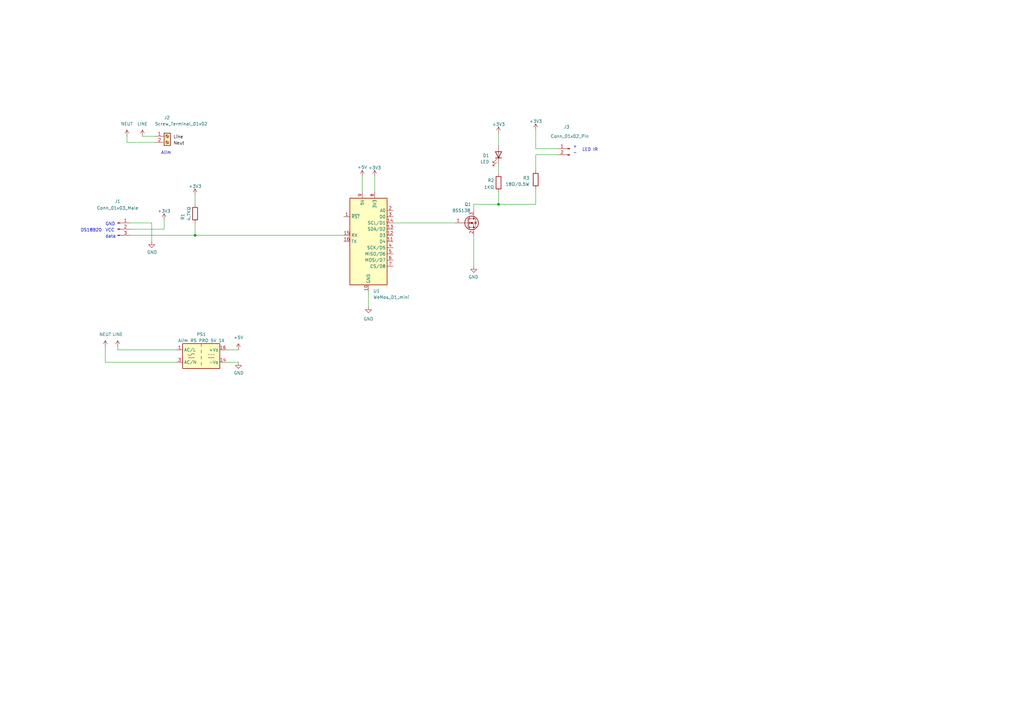
<source format=kicad_sch>
(kicad_sch (version 20230121) (generator eeschema)

  (uuid 9e00edb4-f0f4-46bc-a82d-075ebfd0d3ed)

  (paper "A3")

  (lib_symbols
    (symbol "Connector:Conn_01x02_Pin" (pin_names (offset 1.016) hide) (in_bom yes) (on_board yes)
      (property "Reference" "J" (at 0 2.54 0)
        (effects (font (size 1.27 1.27)))
      )
      (property "Value" "Conn_01x02_Pin" (at 0 -5.08 0)
        (effects (font (size 1.27 1.27)))
      )
      (property "Footprint" "" (at 0 0 0)
        (effects (font (size 1.27 1.27)) hide)
      )
      (property "Datasheet" "~" (at 0 0 0)
        (effects (font (size 1.27 1.27)) hide)
      )
      (property "ki_locked" "" (at 0 0 0)
        (effects (font (size 1.27 1.27)))
      )
      (property "ki_keywords" "connector" (at 0 0 0)
        (effects (font (size 1.27 1.27)) hide)
      )
      (property "ki_description" "Generic connector, single row, 01x02, script generated" (at 0 0 0)
        (effects (font (size 1.27 1.27)) hide)
      )
      (property "ki_fp_filters" "Connector*:*_1x??_*" (at 0 0 0)
        (effects (font (size 1.27 1.27)) hide)
      )
      (symbol "Conn_01x02_Pin_1_1"
        (polyline
          (pts
            (xy 1.27 -2.54)
            (xy 0.8636 -2.54)
          )
          (stroke (width 0.1524) (type default))
          (fill (type none))
        )
        (polyline
          (pts
            (xy 1.27 0)
            (xy 0.8636 0)
          )
          (stroke (width 0.1524) (type default))
          (fill (type none))
        )
        (rectangle (start 0.8636 -2.413) (end 0 -2.667)
          (stroke (width 0.1524) (type default))
          (fill (type outline))
        )
        (rectangle (start 0.8636 0.127) (end 0 -0.127)
          (stroke (width 0.1524) (type default))
          (fill (type outline))
        )
        (pin passive line (at 5.08 0 180) (length 3.81)
          (name "Pin_1" (effects (font (size 1.27 1.27))))
          (number "1" (effects (font (size 1.27 1.27))))
        )
        (pin passive line (at 5.08 -2.54 180) (length 3.81)
          (name "Pin_2" (effects (font (size 1.27 1.27))))
          (number "2" (effects (font (size 1.27 1.27))))
        )
      )
    )
    (symbol "Connector:Conn_01x03_Male" (pin_names (offset 1.016) hide) (in_bom yes) (on_board yes)
      (property "Reference" "J" (at 0 5.08 0)
        (effects (font (size 1.27 1.27)))
      )
      (property "Value" "Conn_01x03_Male" (at 0 -5.08 0)
        (effects (font (size 1.27 1.27)))
      )
      (property "Footprint" "" (at 0 0 0)
        (effects (font (size 1.27 1.27)) hide)
      )
      (property "Datasheet" "~" (at 0 0 0)
        (effects (font (size 1.27 1.27)) hide)
      )
      (property "ki_keywords" "connector" (at 0 0 0)
        (effects (font (size 1.27 1.27)) hide)
      )
      (property "ki_description" "Generic connector, single row, 01x03, script generated (kicad-library-utils/schlib/autogen/connector/)" (at 0 0 0)
        (effects (font (size 1.27 1.27)) hide)
      )
      (property "ki_fp_filters" "Connector*:*_1x??_*" (at 0 0 0)
        (effects (font (size 1.27 1.27)) hide)
      )
      (symbol "Conn_01x03_Male_1_1"
        (polyline
          (pts
            (xy 1.27 -2.54)
            (xy 0.8636 -2.54)
          )
          (stroke (width 0.1524) (type default))
          (fill (type none))
        )
        (polyline
          (pts
            (xy 1.27 0)
            (xy 0.8636 0)
          )
          (stroke (width 0.1524) (type default))
          (fill (type none))
        )
        (polyline
          (pts
            (xy 1.27 2.54)
            (xy 0.8636 2.54)
          )
          (stroke (width 0.1524) (type default))
          (fill (type none))
        )
        (rectangle (start 0.8636 -2.413) (end 0 -2.667)
          (stroke (width 0.1524) (type default))
          (fill (type outline))
        )
        (rectangle (start 0.8636 0.127) (end 0 -0.127)
          (stroke (width 0.1524) (type default))
          (fill (type outline))
        )
        (rectangle (start 0.8636 2.667) (end 0 2.413)
          (stroke (width 0.1524) (type default))
          (fill (type outline))
        )
        (pin passive line (at 5.08 2.54 180) (length 3.81)
          (name "Pin_1" (effects (font (size 1.27 1.27))))
          (number "1" (effects (font (size 1.27 1.27))))
        )
        (pin passive line (at 5.08 0 180) (length 3.81)
          (name "Pin_2" (effects (font (size 1.27 1.27))))
          (number "2" (effects (font (size 1.27 1.27))))
        )
        (pin passive line (at 5.08 -2.54 180) (length 3.81)
          (name "Pin_3" (effects (font (size 1.27 1.27))))
          (number "3" (effects (font (size 1.27 1.27))))
        )
      )
    )
    (symbol "Connector:Screw_Terminal_01x02" (pin_names (offset 1.016) hide) (in_bom yes) (on_board yes)
      (property "Reference" "J" (at 0 2.54 0)
        (effects (font (size 1.27 1.27)))
      )
      (property "Value" "Screw_Terminal_01x02" (at 0 -5.08 0)
        (effects (font (size 1.27 1.27)))
      )
      (property "Footprint" "" (at 0 0 0)
        (effects (font (size 1.27 1.27)) hide)
      )
      (property "Datasheet" "~" (at 0 0 0)
        (effects (font (size 1.27 1.27)) hide)
      )
      (property "ki_keywords" "screw terminal" (at 0 0 0)
        (effects (font (size 1.27 1.27)) hide)
      )
      (property "ki_description" "Generic screw terminal, single row, 01x02, script generated (kicad-library-utils/schlib/autogen/connector/)" (at 0 0 0)
        (effects (font (size 1.27 1.27)) hide)
      )
      (property "ki_fp_filters" "TerminalBlock*:*" (at 0 0 0)
        (effects (font (size 1.27 1.27)) hide)
      )
      (symbol "Screw_Terminal_01x02_1_1"
        (rectangle (start -1.27 1.27) (end 1.27 -3.81)
          (stroke (width 0.254) (type default))
          (fill (type background))
        )
        (circle (center 0 -2.54) (radius 0.635)
          (stroke (width 0.1524) (type default))
          (fill (type none))
        )
        (polyline
          (pts
            (xy -0.5334 -2.2098)
            (xy 0.3302 -3.048)
          )
          (stroke (width 0.1524) (type default))
          (fill (type none))
        )
        (polyline
          (pts
            (xy -0.5334 0.3302)
            (xy 0.3302 -0.508)
          )
          (stroke (width 0.1524) (type default))
          (fill (type none))
        )
        (polyline
          (pts
            (xy -0.3556 -2.032)
            (xy 0.508 -2.8702)
          )
          (stroke (width 0.1524) (type default))
          (fill (type none))
        )
        (polyline
          (pts
            (xy -0.3556 0.508)
            (xy 0.508 -0.3302)
          )
          (stroke (width 0.1524) (type default))
          (fill (type none))
        )
        (circle (center 0 0) (radius 0.635)
          (stroke (width 0.1524) (type default))
          (fill (type none))
        )
        (pin passive line (at -5.08 0 0) (length 3.81)
          (name "Pin_1" (effects (font (size 1.27 1.27))))
          (number "1" (effects (font (size 1.27 1.27))))
        )
        (pin passive line (at -5.08 -2.54 0) (length 3.81)
          (name "Pin_2" (effects (font (size 1.27 1.27))))
          (number "2" (effects (font (size 1.27 1.27))))
        )
      )
    )
    (symbol "Converter_ACDC:IRM-03-5" (in_bom yes) (on_board yes)
      (property "Reference" "PS" (at 0 6.35 0)
        (effects (font (size 1.27 1.27)))
      )
      (property "Value" "IRM-03-5" (at 0 -6.35 0)
        (effects (font (size 1.27 1.27)))
      )
      (property "Footprint" "Converter_ACDC:Converter_ACDC_MeanWell_IRM-03-xx_THT" (at 0 -8.89 0)
        (effects (font (size 1.27 1.27)) hide)
      )
      (property "Datasheet" "https://www.meanwell.com/Upload/PDF/IRM-03/IRM-03-SPEC.PDF" (at 0 -10.16 0)
        (effects (font (size 1.27 1.27)) hide)
      )
      (property "ki_keywords" "Miniature Module-type Power Supply MeanWell" (at 0 0 0)
        (effects (font (size 1.27 1.27)) hide)
      )
      (property "ki_description" "5V, 600mA, 3W, Isolated, AC-DC, IRM03" (at 0 0 0)
        (effects (font (size 1.27 1.27)) hide)
      )
      (property "ki_fp_filters" "Converter*ACDC*MeanWell*IRM*03*THT*" (at 0 0 0)
        (effects (font (size 1.27 1.27)) hide)
      )
      (symbol "IRM-03-5_0_1"
        (rectangle (start -7.62 5.08) (end 7.62 -5.08)
          (stroke (width 0.254) (type default))
          (fill (type background))
        )
        (arc (start -5.334 0.635) (mid -4.699 0.2495) (end -4.064 0.635)
          (stroke (width 0) (type default))
          (fill (type none))
        )
        (arc (start -2.794 0.635) (mid -3.429 1.0072) (end -4.064 0.635)
          (stroke (width 0) (type default))
          (fill (type none))
        )
        (polyline
          (pts
            (xy -5.334 -0.635)
            (xy -2.794 -0.635)
          )
          (stroke (width 0) (type default))
          (fill (type none))
        )
        (polyline
          (pts
            (xy 0 -2.54)
            (xy 0 -3.81)
          )
          (stroke (width 0) (type default))
          (fill (type none))
        )
        (polyline
          (pts
            (xy 0 0)
            (xy 0 -1.27)
          )
          (stroke (width 0) (type default))
          (fill (type none))
        )
        (polyline
          (pts
            (xy 0 2.54)
            (xy 0 1.27)
          )
          (stroke (width 0) (type default))
          (fill (type none))
        )
        (polyline
          (pts
            (xy 0 5.08)
            (xy 0 3.81)
          )
          (stroke (width 0) (type default))
          (fill (type none))
        )
        (polyline
          (pts
            (xy 2.794 -0.635)
            (xy 5.334 -0.635)
          )
          (stroke (width 0) (type default))
          (fill (type none))
        )
        (polyline
          (pts
            (xy 2.794 0.635)
            (xy 3.302 0.635)
          )
          (stroke (width 0) (type default))
          (fill (type none))
        )
        (polyline
          (pts
            (xy 3.81 0.635)
            (xy 4.318 0.635)
          )
          (stroke (width 0) (type default))
          (fill (type none))
        )
        (polyline
          (pts
            (xy 4.826 0.635)
            (xy 5.334 0.635)
          )
          (stroke (width 0) (type default))
          (fill (type none))
        )
      )
      (symbol "IRM-03-5_1_1"
        (pin power_in line (at -10.16 2.54 0) (length 2.54)
          (name "AC/L" (effects (font (size 1.27 1.27))))
          (number "1" (effects (font (size 1.27 1.27))))
        )
        (pin power_out line (at 10.16 -2.54 180) (length 2.54)
          (name "-Vo" (effects (font (size 1.27 1.27))))
          (number "14" (effects (font (size 1.27 1.27))))
        )
        (pin power_out line (at 10.16 2.54 180) (length 2.54)
          (name "+Vo" (effects (font (size 1.27 1.27))))
          (number "16" (effects (font (size 1.27 1.27))))
        )
        (pin power_in line (at -10.16 -2.54 0) (length 2.54)
          (name "AC/N" (effects (font (size 1.27 1.27))))
          (number "3" (effects (font (size 1.27 1.27))))
        )
        (pin no_connect line (at -7.62 0 0) (length 2.54) hide
          (name "NC" (effects (font (size 1.27 1.27))))
          (number "5" (effects (font (size 1.27 1.27))))
        )
      )
    )
    (symbol "Device:LED" (pin_numbers hide) (pin_names (offset 1.016) hide) (in_bom yes) (on_board yes)
      (property "Reference" "D" (at 0 2.54 0)
        (effects (font (size 1.27 1.27)))
      )
      (property "Value" "LED" (at 0 -2.54 0)
        (effects (font (size 1.27 1.27)))
      )
      (property "Footprint" "" (at 0 0 0)
        (effects (font (size 1.27 1.27)) hide)
      )
      (property "Datasheet" "~" (at 0 0 0)
        (effects (font (size 1.27 1.27)) hide)
      )
      (property "ki_keywords" "LED diode" (at 0 0 0)
        (effects (font (size 1.27 1.27)) hide)
      )
      (property "ki_description" "Light emitting diode" (at 0 0 0)
        (effects (font (size 1.27 1.27)) hide)
      )
      (property "ki_fp_filters" "LED* LED_SMD:* LED_THT:*" (at 0 0 0)
        (effects (font (size 1.27 1.27)) hide)
      )
      (symbol "LED_0_1"
        (polyline
          (pts
            (xy -1.27 -1.27)
            (xy -1.27 1.27)
          )
          (stroke (width 0.254) (type default))
          (fill (type none))
        )
        (polyline
          (pts
            (xy -1.27 0)
            (xy 1.27 0)
          )
          (stroke (width 0) (type default))
          (fill (type none))
        )
        (polyline
          (pts
            (xy 1.27 -1.27)
            (xy 1.27 1.27)
            (xy -1.27 0)
            (xy 1.27 -1.27)
          )
          (stroke (width 0.254) (type default))
          (fill (type none))
        )
        (polyline
          (pts
            (xy -3.048 -0.762)
            (xy -4.572 -2.286)
            (xy -3.81 -2.286)
            (xy -4.572 -2.286)
            (xy -4.572 -1.524)
          )
          (stroke (width 0) (type default))
          (fill (type none))
        )
        (polyline
          (pts
            (xy -1.778 -0.762)
            (xy -3.302 -2.286)
            (xy -2.54 -2.286)
            (xy -3.302 -2.286)
            (xy -3.302 -1.524)
          )
          (stroke (width 0) (type default))
          (fill (type none))
        )
      )
      (symbol "LED_1_1"
        (pin passive line (at -3.81 0 0) (length 2.54)
          (name "K" (effects (font (size 1.27 1.27))))
          (number "1" (effects (font (size 1.27 1.27))))
        )
        (pin passive line (at 3.81 0 180) (length 2.54)
          (name "A" (effects (font (size 1.27 1.27))))
          (number "2" (effects (font (size 1.27 1.27))))
        )
      )
    )
    (symbol "Device:R" (pin_numbers hide) (pin_names (offset 0)) (in_bom yes) (on_board yes)
      (property "Reference" "R" (at 2.032 0 90)
        (effects (font (size 1.27 1.27)))
      )
      (property "Value" "R" (at 0 0 90)
        (effects (font (size 1.27 1.27)))
      )
      (property "Footprint" "" (at -1.778 0 90)
        (effects (font (size 1.27 1.27)) hide)
      )
      (property "Datasheet" "~" (at 0 0 0)
        (effects (font (size 1.27 1.27)) hide)
      )
      (property "ki_keywords" "R res resistor" (at 0 0 0)
        (effects (font (size 1.27 1.27)) hide)
      )
      (property "ki_description" "Resistor" (at 0 0 0)
        (effects (font (size 1.27 1.27)) hide)
      )
      (property "ki_fp_filters" "R_*" (at 0 0 0)
        (effects (font (size 1.27 1.27)) hide)
      )
      (symbol "R_0_1"
        (rectangle (start -1.016 -2.54) (end 1.016 2.54)
          (stroke (width 0.254) (type default))
          (fill (type none))
        )
      )
      (symbol "R_1_1"
        (pin passive line (at 0 3.81 270) (length 1.27)
          (name "~" (effects (font (size 1.27 1.27))))
          (number "1" (effects (font (size 1.27 1.27))))
        )
        (pin passive line (at 0 -3.81 90) (length 1.27)
          (name "~" (effects (font (size 1.27 1.27))))
          (number "2" (effects (font (size 1.27 1.27))))
        )
      )
    )
    (symbol "MCU_Module:WeMos_D1_mini" (in_bom yes) (on_board yes)
      (property "Reference" "U" (at 3.81 19.05 0)
        (effects (font (size 1.27 1.27)) (justify left))
      )
      (property "Value" "WeMos_D1_mini" (at 1.27 -19.05 0)
        (effects (font (size 1.27 1.27)) (justify left))
      )
      (property "Footprint" "Module:WEMOS_D1_mini_light" (at 0 -29.21 0)
        (effects (font (size 1.27 1.27)) hide)
      )
      (property "Datasheet" "https://wiki.wemos.cc/products:d1:d1_mini#documentation" (at -46.99 -29.21 0)
        (effects (font (size 1.27 1.27)) hide)
      )
      (property "ki_keywords" "ESP8266 WiFi microcontroller ESP8266EX" (at 0 0 0)
        (effects (font (size 1.27 1.27)) hide)
      )
      (property "ki_description" "32-bit microcontroller module with WiFi" (at 0 0 0)
        (effects (font (size 1.27 1.27)) hide)
      )
      (property "ki_fp_filters" "WEMOS*D1*mini*" (at 0 0 0)
        (effects (font (size 1.27 1.27)) hide)
      )
      (symbol "WeMos_D1_mini_1_1"
        (rectangle (start -7.62 17.78) (end 7.62 -17.78)
          (stroke (width 0.254) (type default))
          (fill (type background))
        )
        (pin input line (at -10.16 10.16 0) (length 2.54)
          (name "~{RST}" (effects (font (size 1.27 1.27))))
          (number "1" (effects (font (size 1.27 1.27))))
        )
        (pin power_in line (at 0 -20.32 90) (length 2.54)
          (name "GND" (effects (font (size 1.27 1.27))))
          (number "10" (effects (font (size 1.27 1.27))))
        )
        (pin bidirectional line (at 10.16 0 180) (length 2.54)
          (name "D4" (effects (font (size 1.27 1.27))))
          (number "11" (effects (font (size 1.27 1.27))))
        )
        (pin bidirectional line (at 10.16 2.54 180) (length 2.54)
          (name "D3" (effects (font (size 1.27 1.27))))
          (number "12" (effects (font (size 1.27 1.27))))
        )
        (pin bidirectional line (at 10.16 5.08 180) (length 2.54)
          (name "SDA/D2" (effects (font (size 1.27 1.27))))
          (number "13" (effects (font (size 1.27 1.27))))
        )
        (pin bidirectional line (at 10.16 7.62 180) (length 2.54)
          (name "SCL/D1" (effects (font (size 1.27 1.27))))
          (number "14" (effects (font (size 1.27 1.27))))
        )
        (pin input line (at -10.16 2.54 0) (length 2.54)
          (name "RX" (effects (font (size 1.27 1.27))))
          (number "15" (effects (font (size 1.27 1.27))))
        )
        (pin output line (at -10.16 0 0) (length 2.54)
          (name "TX" (effects (font (size 1.27 1.27))))
          (number "16" (effects (font (size 1.27 1.27))))
        )
        (pin input line (at 10.16 12.7 180) (length 2.54)
          (name "A0" (effects (font (size 1.27 1.27))))
          (number "2" (effects (font (size 1.27 1.27))))
        )
        (pin bidirectional line (at 10.16 10.16 180) (length 2.54)
          (name "D0" (effects (font (size 1.27 1.27))))
          (number "3" (effects (font (size 1.27 1.27))))
        )
        (pin bidirectional line (at 10.16 -2.54 180) (length 2.54)
          (name "SCK/D5" (effects (font (size 1.27 1.27))))
          (number "4" (effects (font (size 1.27 1.27))))
        )
        (pin bidirectional line (at 10.16 -5.08 180) (length 2.54)
          (name "MISO/D6" (effects (font (size 1.27 1.27))))
          (number "5" (effects (font (size 1.27 1.27))))
        )
        (pin bidirectional line (at 10.16 -7.62 180) (length 2.54)
          (name "MOSI/D7" (effects (font (size 1.27 1.27))))
          (number "6" (effects (font (size 1.27 1.27))))
        )
        (pin bidirectional line (at 10.16 -10.16 180) (length 2.54)
          (name "CS/D8" (effects (font (size 1.27 1.27))))
          (number "7" (effects (font (size 1.27 1.27))))
        )
        (pin power_out line (at 2.54 20.32 270) (length 2.54)
          (name "3V3" (effects (font (size 1.27 1.27))))
          (number "8" (effects (font (size 1.27 1.27))))
        )
        (pin power_in line (at -2.54 20.32 270) (length 2.54)
          (name "5V" (effects (font (size 1.27 1.27))))
          (number "9" (effects (font (size 1.27 1.27))))
        )
      )
    )
    (symbol "Transistor_FET:BS170" (pin_names hide) (in_bom yes) (on_board yes)
      (property "Reference" "Q1" (at -5.2069 0.9085 0)
        (effects (font (size 1.27 1.27)) (justify left))
      )
      (property "Value" "BSS138" (at -5.2069 -1.8666 0)
        (effects (font (size 1.27 1.27)) (justify left))
      )
      (property "Footprint" "Package_TO_SOT_SMD:SOT-23" (at -5.08 -1.905 0)
        (effects (font (size 1.27 1.27) italic) (justify left) hide)
      )
      (property "Datasheet" "https://datasheet.lcsc.com/lcsc/2201121800_GOODWORK-BSS138_C2938375.pdf" (at 0 0 0)
        (effects (font (size 1.27 1.27)) (justify left) hide)
      )
      (property "LCSC" "C2938375" (at 0 0 0)
        (effects (font (size 1.27 1.27)) hide)
      )
      (property "ki_keywords" "N-Channel MOSFET" (at 0 0 0)
        (effects (font (size 1.27 1.27)) hide)
      )
      (property "ki_description" "0.5A Id, 60V Vds, N-Channel MOSFET, TO-92" (at 0 0 0)
        (effects (font (size 1.27 1.27)) hide)
      )
      (property "ki_fp_filters" "TO?92*" (at 0 0 0)
        (effects (font (size 1.27 1.27)) hide)
      )
      (symbol "BS170_0_1"
        (polyline
          (pts
            (xy 0.254 0)
            (xy -2.54 0)
          )
          (stroke (width 0) (type default))
          (fill (type none))
        )
        (polyline
          (pts
            (xy 0.254 1.905)
            (xy 0.254 -1.905)
          )
          (stroke (width 0.254) (type default))
          (fill (type none))
        )
        (polyline
          (pts
            (xy 0.762 -1.27)
            (xy 0.762 -2.286)
          )
          (stroke (width 0.254) (type default))
          (fill (type none))
        )
        (polyline
          (pts
            (xy 0.762 0.508)
            (xy 0.762 -0.508)
          )
          (stroke (width 0.254) (type default))
          (fill (type none))
        )
        (polyline
          (pts
            (xy 0.762 2.286)
            (xy 0.762 1.27)
          )
          (stroke (width 0.254) (type default))
          (fill (type none))
        )
        (polyline
          (pts
            (xy 2.54 2.54)
            (xy 2.54 1.778)
          )
          (stroke (width 0) (type default))
          (fill (type none))
        )
        (polyline
          (pts
            (xy 2.54 -2.54)
            (xy 2.54 0)
            (xy 0.762 0)
          )
          (stroke (width 0) (type default))
          (fill (type none))
        )
        (polyline
          (pts
            (xy 0.762 -1.778)
            (xy 3.302 -1.778)
            (xy 3.302 1.778)
            (xy 0.762 1.778)
          )
          (stroke (width 0) (type default))
          (fill (type none))
        )
        (polyline
          (pts
            (xy 1.016 0)
            (xy 2.032 0.381)
            (xy 2.032 -0.381)
            (xy 1.016 0)
          )
          (stroke (width 0) (type default))
          (fill (type outline))
        )
        (polyline
          (pts
            (xy 2.794 0.508)
            (xy 2.921 0.381)
            (xy 3.683 0.381)
            (xy 3.81 0.254)
          )
          (stroke (width 0) (type default))
          (fill (type none))
        )
        (polyline
          (pts
            (xy 3.302 0.381)
            (xy 2.921 -0.254)
            (xy 3.683 -0.254)
            (xy 3.302 0.381)
          )
          (stroke (width 0) (type default))
          (fill (type none))
        )
        (circle (center 1.651 0) (radius 2.794)
          (stroke (width 0.254) (type default))
          (fill (type none))
        )
        (circle (center 2.54 -1.778) (radius 0.254)
          (stroke (width 0) (type default))
          (fill (type outline))
        )
        (circle (center 2.54 1.778) (radius 0.254)
          (stroke (width 0) (type default))
          (fill (type outline))
        )
      )
      (symbol "BS170_1_1"
        (pin input line (at -5.08 0 0) (length 2.54)
          (name "G" (effects (font (size 1.27 1.27))))
          (number "1" (effects (font (size 1.27 1.27))))
        )
        (pin passive line (at 2.54 -5.08 90) (length 2.54)
          (name "S" (effects (font (size 1.27 1.27))))
          (number "2" (effects (font (size 1.27 1.27))))
        )
        (pin passive line (at 2.54 5.08 270) (length 2.54)
          (name "D" (effects (font (size 1.27 1.27))))
          (number "3" (effects (font (size 1.27 1.27))))
        )
      )
    )
    (symbol "power:+3.3V" (power) (pin_names (offset 0)) (in_bom yes) (on_board yes)
      (property "Reference" "#PWR" (at 0 -3.81 0)
        (effects (font (size 1.27 1.27)) hide)
      )
      (property "Value" "+3.3V" (at 0 3.556 0)
        (effects (font (size 1.27 1.27)))
      )
      (property "Footprint" "" (at 0 0 0)
        (effects (font (size 1.27 1.27)) hide)
      )
      (property "Datasheet" "" (at 0 0 0)
        (effects (font (size 1.27 1.27)) hide)
      )
      (property "ki_keywords" "power-flag" (at 0 0 0)
        (effects (font (size 1.27 1.27)) hide)
      )
      (property "ki_description" "Power symbol creates a global label with name \"+3.3V\"" (at 0 0 0)
        (effects (font (size 1.27 1.27)) hide)
      )
      (symbol "+3.3V_0_1"
        (polyline
          (pts
            (xy -0.762 1.27)
            (xy 0 2.54)
          )
          (stroke (width 0) (type default))
          (fill (type none))
        )
        (polyline
          (pts
            (xy 0 0)
            (xy 0 2.54)
          )
          (stroke (width 0) (type default))
          (fill (type none))
        )
        (polyline
          (pts
            (xy 0 2.54)
            (xy 0.762 1.27)
          )
          (stroke (width 0) (type default))
          (fill (type none))
        )
      )
      (symbol "+3.3V_1_1"
        (pin power_in line (at 0 0 90) (length 0) hide
          (name "+3V3" (effects (font (size 1.27 1.27))))
          (number "1" (effects (font (size 1.27 1.27))))
        )
      )
    )
    (symbol "power:+3V3" (power) (pin_names (offset 0)) (in_bom yes) (on_board yes)
      (property "Reference" "#PWR" (at 0 -3.81 0)
        (effects (font (size 1.27 1.27)) hide)
      )
      (property "Value" "+3V3" (at 0 3.556 0)
        (effects (font (size 1.27 1.27)))
      )
      (property "Footprint" "" (at 0 0 0)
        (effects (font (size 1.27 1.27)) hide)
      )
      (property "Datasheet" "" (at 0 0 0)
        (effects (font (size 1.27 1.27)) hide)
      )
      (property "ki_keywords" "power-flag" (at 0 0 0)
        (effects (font (size 1.27 1.27)) hide)
      )
      (property "ki_description" "Power symbol creates a global label with name \"+3V3\"" (at 0 0 0)
        (effects (font (size 1.27 1.27)) hide)
      )
      (symbol "+3V3_0_1"
        (polyline
          (pts
            (xy -0.762 1.27)
            (xy 0 2.54)
          )
          (stroke (width 0) (type default))
          (fill (type none))
        )
        (polyline
          (pts
            (xy 0 0)
            (xy 0 2.54)
          )
          (stroke (width 0) (type default))
          (fill (type none))
        )
        (polyline
          (pts
            (xy 0 2.54)
            (xy 0.762 1.27)
          )
          (stroke (width 0) (type default))
          (fill (type none))
        )
      )
      (symbol "+3V3_1_1"
        (pin power_in line (at 0 0 90) (length 0) hide
          (name "+3V3" (effects (font (size 1.27 1.27))))
          (number "1" (effects (font (size 1.27 1.27))))
        )
      )
    )
    (symbol "power:+5V" (power) (pin_names (offset 0)) (in_bom yes) (on_board yes)
      (property "Reference" "#PWR" (at 0 -3.81 0)
        (effects (font (size 1.27 1.27)) hide)
      )
      (property "Value" "+5V" (at 0 3.556 0)
        (effects (font (size 1.27 1.27)))
      )
      (property "Footprint" "" (at 0 0 0)
        (effects (font (size 1.27 1.27)) hide)
      )
      (property "Datasheet" "" (at 0 0 0)
        (effects (font (size 1.27 1.27)) hide)
      )
      (property "ki_keywords" "global power" (at 0 0 0)
        (effects (font (size 1.27 1.27)) hide)
      )
      (property "ki_description" "Power symbol creates a global label with name \"+5V\"" (at 0 0 0)
        (effects (font (size 1.27 1.27)) hide)
      )
      (symbol "+5V_0_1"
        (polyline
          (pts
            (xy -0.762 1.27)
            (xy 0 2.54)
          )
          (stroke (width 0) (type default))
          (fill (type none))
        )
        (polyline
          (pts
            (xy 0 0)
            (xy 0 2.54)
          )
          (stroke (width 0) (type default))
          (fill (type none))
        )
        (polyline
          (pts
            (xy 0 2.54)
            (xy 0.762 1.27)
          )
          (stroke (width 0) (type default))
          (fill (type none))
        )
      )
      (symbol "+5V_1_1"
        (pin power_in line (at 0 0 90) (length 0) hide
          (name "+5V" (effects (font (size 1.27 1.27))))
          (number "1" (effects (font (size 1.27 1.27))))
        )
      )
    )
    (symbol "power:GND" (power) (pin_names (offset 0)) (in_bom yes) (on_board yes)
      (property "Reference" "#PWR" (at 0 -6.35 0)
        (effects (font (size 1.27 1.27)) hide)
      )
      (property "Value" "GND" (at 0 -3.81 0)
        (effects (font (size 1.27 1.27)))
      )
      (property "Footprint" "" (at 0 0 0)
        (effects (font (size 1.27 1.27)) hide)
      )
      (property "Datasheet" "" (at 0 0 0)
        (effects (font (size 1.27 1.27)) hide)
      )
      (property "ki_keywords" "global power" (at 0 0 0)
        (effects (font (size 1.27 1.27)) hide)
      )
      (property "ki_description" "Power symbol creates a global label with name \"GND\" , ground" (at 0 0 0)
        (effects (font (size 1.27 1.27)) hide)
      )
      (symbol "GND_0_1"
        (polyline
          (pts
            (xy 0 0)
            (xy 0 -1.27)
            (xy 1.27 -1.27)
            (xy 0 -2.54)
            (xy -1.27 -1.27)
            (xy 0 -1.27)
          )
          (stroke (width 0) (type default))
          (fill (type none))
        )
      )
      (symbol "GND_1_1"
        (pin power_in line (at 0 0 270) (length 0) hide
          (name "GND" (effects (font (size 1.27 1.27))))
          (number "1" (effects (font (size 1.27 1.27))))
        )
      )
    )
    (symbol "power:LINE" (power) (pin_names (offset 0)) (in_bom yes) (on_board yes)
      (property "Reference" "#PWR" (at 0 -3.81 0)
        (effects (font (size 1.27 1.27)) hide)
      )
      (property "Value" "LINE" (at 0 3.81 0)
        (effects (font (size 1.27 1.27)))
      )
      (property "Footprint" "" (at 0 0 0)
        (effects (font (size 1.27 1.27)) hide)
      )
      (property "Datasheet" "" (at 0 0 0)
        (effects (font (size 1.27 1.27)) hide)
      )
      (property "ki_keywords" "power-flag" (at 0 0 0)
        (effects (font (size 1.27 1.27)) hide)
      )
      (property "ki_description" "Power symbol creates a global label with name \"LINE\"" (at 0 0 0)
        (effects (font (size 1.27 1.27)) hide)
      )
      (symbol "LINE_0_1"
        (polyline
          (pts
            (xy -0.762 1.27)
            (xy 0 2.54)
          )
          (stroke (width 0) (type default))
          (fill (type none))
        )
        (polyline
          (pts
            (xy 0 0)
            (xy 0 2.54)
          )
          (stroke (width 0) (type default))
          (fill (type none))
        )
        (polyline
          (pts
            (xy 0 2.54)
            (xy 0.762 1.27)
          )
          (stroke (width 0) (type default))
          (fill (type none))
        )
      )
      (symbol "LINE_1_1"
        (pin power_in line (at 0 0 90) (length 0) hide
          (name "LINE" (effects (font (size 1.27 1.27))))
          (number "1" (effects (font (size 1.27 1.27))))
        )
      )
    )
    (symbol "power:NEUT" (power) (pin_names (offset 0)) (in_bom yes) (on_board yes)
      (property "Reference" "#PWR" (at 0 -3.81 0)
        (effects (font (size 1.27 1.27)) hide)
      )
      (property "Value" "NEUT" (at 0 3.81 0)
        (effects (font (size 1.27 1.27)))
      )
      (property "Footprint" "" (at 0 0 0)
        (effects (font (size 1.27 1.27)) hide)
      )
      (property "Datasheet" "" (at 0 0 0)
        (effects (font (size 1.27 1.27)) hide)
      )
      (property "ki_keywords" "power-flag" (at 0 0 0)
        (effects (font (size 1.27 1.27)) hide)
      )
      (property "ki_description" "Power symbol creates a global label with name \"NEUT\"" (at 0 0 0)
        (effects (font (size 1.27 1.27)) hide)
      )
      (symbol "NEUT_0_1"
        (polyline
          (pts
            (xy -0.762 1.27)
            (xy 0 2.54)
          )
          (stroke (width 0) (type default))
          (fill (type none))
        )
        (polyline
          (pts
            (xy 0 0)
            (xy 0 2.54)
          )
          (stroke (width 0) (type default))
          (fill (type none))
        )
        (polyline
          (pts
            (xy 0 2.54)
            (xy 0.762 1.27)
          )
          (stroke (width 0) (type default))
          (fill (type none))
        )
      )
      (symbol "NEUT_1_1"
        (pin power_in line (at 0 0 90) (length 0) hide
          (name "NEUT" (effects (font (size 1.27 1.27))))
          (number "1" (effects (font (size 1.27 1.27))))
        )
      )
    )
  )


  (junction (at 80.01 96.52) (diameter 0) (color 0 0 0 0)
    (uuid 478cd1ac-b552-4c51-8645-255a167ffa69)
  )
  (junction (at 204.47 83.82) (diameter 0) (color 0 0 0 0)
    (uuid f15be893-186c-490e-a63a-fffa5114ca86)
  )

  (wire (pts (xy 80.01 96.52) (xy 140.97 96.52))
    (stroke (width 0) (type default))
    (uuid 00e88d99-de82-4863-9fc4-4133332d5c95)
  )
  (wire (pts (xy 62.23 91.44) (xy 62.23 99.06))
    (stroke (width 0) (type default))
    (uuid 07f7b3f8-4a96-4fc6-a5da-acd181d34df5)
  )
  (wire (pts (xy 43.18 148.59) (xy 43.18 142.24))
    (stroke (width 0) (type default))
    (uuid 0bc7ef7e-552d-4ac8-9cfd-11bd9fb2433e)
  )
  (wire (pts (xy 161.29 91.44) (xy 186.69 91.44))
    (stroke (width 0) (type default))
    (uuid 1a5912be-4ee0-43a6-81e8-34e3adc8d30c)
  )
  (wire (pts (xy 194.31 83.82) (xy 194.31 86.36))
    (stroke (width 0) (type default))
    (uuid 23835ffa-847e-4c08-8e08-e2d6980a6113)
  )
  (wire (pts (xy 92.71 148.59) (xy 97.79 148.59))
    (stroke (width 0) (type default))
    (uuid 24fc1672-52e0-42a9-bc99-2690a6e09349)
  )
  (wire (pts (xy 219.71 83.82) (xy 204.47 83.82))
    (stroke (width 0) (type default))
    (uuid 31200aeb-a926-4ce8-a0b5-8c0dfdb51b5d)
  )
  (wire (pts (xy 63.5 58.42) (xy 52.07 58.42))
    (stroke (width 0) (type default))
    (uuid 39d5c4ea-6ba0-455d-a221-31f95cdcac34)
  )
  (wire (pts (xy 204.47 67.31) (xy 204.47 71.12))
    (stroke (width 0) (type default))
    (uuid 52680812-93f4-48bd-9839-08fc4f299359)
  )
  (wire (pts (xy 67.31 90.17) (xy 67.31 93.98))
    (stroke (width 0) (type default))
    (uuid 546b2928-8e05-49e2-ad88-1c18e81849c5)
  )
  (wire (pts (xy 151.13 119.38) (xy 151.13 125.73))
    (stroke (width 0) (type default))
    (uuid 594fa6cb-05f2-426c-851a-8c049bd6f377)
  )
  (wire (pts (xy 204.47 54.61) (xy 204.47 59.69))
    (stroke (width 0) (type default))
    (uuid 652c3ca1-cf28-4672-a92a-01f40f413f08)
  )
  (wire (pts (xy 58.42 55.88) (xy 63.5 55.88))
    (stroke (width 0) (type default))
    (uuid 68951aa2-98af-4471-9418-a8bcc13b3554)
  )
  (wire (pts (xy 148.59 72.39) (xy 148.59 78.74))
    (stroke (width 0) (type default))
    (uuid 6e5bcfce-6ae7-4dad-86b6-52fdaa5ae58f)
  )
  (wire (pts (xy 219.71 63.5) (xy 219.71 69.85))
    (stroke (width 0) (type default))
    (uuid 7762f0f0-aba6-4ed6-a1f4-3eb1ce1fc918)
  )
  (wire (pts (xy 219.71 60.96) (xy 228.6 60.96))
    (stroke (width 0) (type default))
    (uuid 79f797ff-47cc-48fa-99b9-96f57eb12779)
  )
  (wire (pts (xy 48.26 142.24) (xy 48.26 143.51))
    (stroke (width 0) (type default))
    (uuid 7c95d86c-ad99-4b9c-a9b9-f3faa2bd4c8c)
  )
  (wire (pts (xy 204.47 78.74) (xy 204.47 83.82))
    (stroke (width 0) (type default))
    (uuid 7f266d55-e934-460a-8229-8ef601c73f01)
  )
  (wire (pts (xy 72.39 148.59) (xy 43.18 148.59))
    (stroke (width 0) (type default))
    (uuid 86582001-40e0-4a0f-951b-79505fc0cc3e)
  )
  (wire (pts (xy 219.71 77.47) (xy 219.71 83.82))
    (stroke (width 0) (type default))
    (uuid 8a2fd4ed-a089-49ff-bcbb-2aa141790231)
  )
  (wire (pts (xy 219.71 63.5) (xy 228.6 63.5))
    (stroke (width 0) (type default))
    (uuid 949f30a2-e3a5-45e8-b114-918055afcd28)
  )
  (wire (pts (xy 80.01 80.01) (xy 80.01 83.82))
    (stroke (width 0) (type default))
    (uuid 99dbf059-6fd5-4878-b610-83a208b4302d)
  )
  (wire (pts (xy 153.67 72.39) (xy 153.67 78.74))
    (stroke (width 0) (type default))
    (uuid a14d6da6-f8c4-405e-aac3-0bbdd5495bd1)
  )
  (wire (pts (xy 92.71 143.51) (xy 97.79 143.51))
    (stroke (width 0) (type default))
    (uuid a7eadc26-2545-41fa-a06a-80fa7094327b)
  )
  (wire (pts (xy 194.31 96.52) (xy 194.31 109.22))
    (stroke (width 0) (type default))
    (uuid acd090ca-55d7-4641-bcda-b57e65ad1f36)
  )
  (wire (pts (xy 219.71 53.34) (xy 219.71 60.96))
    (stroke (width 0) (type default))
    (uuid c76d11a3-dcba-460a-ad3c-210a2b2aa32d)
  )
  (wire (pts (xy 204.47 83.82) (xy 194.31 83.82))
    (stroke (width 0) (type default))
    (uuid ce254d11-92c8-4476-b104-223997cdec07)
  )
  (wire (pts (xy 53.34 93.98) (xy 67.31 93.98))
    (stroke (width 0) (type default))
    (uuid d0895093-d355-4d00-9974-21aa228382e2)
  )
  (wire (pts (xy 53.34 91.44) (xy 62.23 91.44))
    (stroke (width 0) (type default))
    (uuid e5f99c56-e0b2-4383-83bd-31f9174814b7)
  )
  (wire (pts (xy 80.01 96.52) (xy 53.34 96.52))
    (stroke (width 0) (type default))
    (uuid ece00c3b-3e54-4cea-b488-7533550ed849)
  )
  (wire (pts (xy 80.01 91.44) (xy 80.01 96.52))
    (stroke (width 0) (type default))
    (uuid f1fec3d0-31b0-4bc7-ae3e-2c0f3e0c2b70)
  )
  (wire (pts (xy 48.26 143.51) (xy 72.39 143.51))
    (stroke (width 0) (type default))
    (uuid f50dea22-d487-4e45-b161-0a42cb45dc06)
  )
  (wire (pts (xy 52.07 58.42) (xy 52.07 55.88))
    (stroke (width 0) (type default))
    (uuid f6ebba65-9ab5-4c7e-9d20-6ace5f5b02a5)
  )

  (text "GND" (at 43.18 92.71 0)
    (effects (font (size 1.27 1.27)) (justify left bottom))
    (uuid 53f8fc5c-34c0-41d0-9231-fc5337cdd5b8)
  )
  (text "+" (at 234.95 60.96 0)
    (effects (font (size 1.27 1.27)) (justify left bottom))
    (uuid 9ef75335-63f0-4acc-983d-963918f1bb80)
  )
  (text "data" (at 43.18 97.79 0)
    (effects (font (size 1.27 1.27)) (justify left bottom))
    (uuid a47d0775-a4a7-4ee5-936f-430828e707ad)
  )
  (text "VCC" (at 43.18 95.25 0)
    (effects (font (size 1.27 1.27)) (justify left bottom))
    (uuid a91ab087-58be-4145-a325-c284708c0883)
  )
  (text "Alim" (at 66.04 63.5 0)
    (effects (font (size 1.27 1.27)) (justify left bottom))
    (uuid ba6b79e6-e9a7-4303-9e50-3a86e9473921)
  )
  (text "DS18B20" (at 33.02 95.25 0)
    (effects (font (size 1.27 1.27)) (justify left bottom))
    (uuid c59dbd5f-c6cf-4f3f-ae2e-b069291776f0)
  )
  (text "-" (at 234.95 63.5 0)
    (effects (font (size 1.27 1.27)) (justify left bottom))
    (uuid d6fd7123-b771-4992-8682-84ac9c7255ec)
  )
  (text "LED IR" (at 238.76 62.23 0)
    (effects (font (size 1.27 1.27)) (justify left bottom))
    (uuid fff694a8-2466-4035-85b0-79c22932013f)
  )

  (label "Neut" (at 71.12 59.69 0) (fields_autoplaced)
    (effects (font (size 1.27 1.27)) (justify left bottom))
    (uuid c0e0aeac-1524-4c0c-bf7e-2624a04863d0)
  )
  (label "Line" (at 71.12 57.15 0) (fields_autoplaced)
    (effects (font (size 1.27 1.27)) (justify left bottom))
    (uuid f5b224a8-d93c-4333-a0a4-39ce514c0bc7)
  )

  (symbol (lib_id "Connector:Conn_01x03_Male") (at 48.26 93.98 0) (unit 1)
    (in_bom yes) (on_board yes) (dnp no)
    (uuid 09a3b526-1650-4e18-a6a1-452f61c690b8)
    (property "Reference" "J1" (at 48.26 82.55 0)
      (effects (font (size 1.27 1.27)))
    )
    (property "Value" "Conn_01x03_Male" (at 48.26 85.3251 0)
      (effects (font (size 1.27 1.27)))
    )
    (property "Footprint" "Connector_PinHeader_2.54mm:PinHeader_1x03_P2.54mm_Vertical" (at 48.26 93.98 0)
      (effects (font (size 1.27 1.27)) hide)
    )
    (property "Datasheet" "~" (at 48.26 93.98 0)
      (effects (font (size 1.27 1.27)) hide)
    )
    (pin "1" (uuid bcccb6f7-fdaf-487f-aab3-616594709643))
    (pin "2" (uuid d4e429c1-db05-41b6-9238-4eb6e534dcbd))
    (pin "3" (uuid 3dd2a3f5-f1c0-49c8-b65b-b598fc24875d))
    (instances
      (project "clim-driver"
        (path "/9e00edb4-f0f4-46bc-a82d-075ebfd0d3ed"
          (reference "J1") (unit 1)
        )
      )
      (project "rgb-garden-box"
        (path "/e63e39d7-6ac0-4ffd-8aa3-1841a4541b55"
          (reference "J1") (unit 1)
        )
      )
    )
  )

  (symbol (lib_id "Device:LED") (at 204.47 63.5 270) (mirror x) (unit 1)
    (in_bom yes) (on_board yes) (dnp no) (fields_autoplaced)
    (uuid 0c1461e6-6872-4125-bc99-eb10a782e8c1)
    (property "Reference" "D1" (at 200.66 63.8174 90)
      (effects (font (size 1.27 1.27)) (justify right))
    )
    (property "Value" "LED" (at 200.66 66.3574 90)
      (effects (font (size 1.27 1.27)) (justify right))
    )
    (property "Footprint" "Diode_SMD:D_0805_2012Metric" (at 204.47 63.5 0)
      (effects (font (size 1.27 1.27)) hide)
    )
    (property "Datasheet" "https://datasheet.lcsc.com/lcsc/1806151820_Hubei-KENTO-Elec-C2297_C2297.pdf" (at 204.47 63.5 0)
      (effects (font (size 1.27 1.27)) hide)
    )
    (property "LCSC" "C2297" (at 204.47 63.5 90)
      (effects (font (size 1.27 1.27)) hide)
    )
    (pin "1" (uuid 7e6747f1-1558-4dbd-85e0-eeb270224db8))
    (pin "2" (uuid ff378600-fa5d-48fd-bfde-2c8d731f82ec))
    (instances
      (project "clim-driver"
        (path "/9e00edb4-f0f4-46bc-a82d-075ebfd0d3ed"
          (reference "D1") (unit 1)
        )
      )
    )
  )

  (symbol (lib_id "power:NEUT") (at 43.18 142.24 0) (unit 1)
    (in_bom yes) (on_board yes) (dnp no) (fields_autoplaced)
    (uuid 0ce427e1-fafc-4c7d-a913-62b32adf0c05)
    (property "Reference" "#PWR01" (at 43.18 146.05 0)
      (effects (font (size 1.27 1.27)) hide)
    )
    (property "Value" "NEUT" (at 43.18 137.16 0)
      (effects (font (size 1.27 1.27)))
    )
    (property "Footprint" "" (at 43.18 142.24 0)
      (effects (font (size 1.27 1.27)) hide)
    )
    (property "Datasheet" "" (at 43.18 142.24 0)
      (effects (font (size 1.27 1.27)) hide)
    )
    (pin "1" (uuid a65bbf44-13c3-4502-a9c5-2c2129d6235e))
    (instances
      (project "clim-driver"
        (path "/9e00edb4-f0f4-46bc-a82d-075ebfd0d3ed"
          (reference "#PWR01") (unit 1)
        )
      )
    )
  )

  (symbol (lib_id "Device:R") (at 219.71 73.66 0) (mirror x) (unit 1)
    (in_bom yes) (on_board yes) (dnp no) (fields_autoplaced)
    (uuid 0d064465-5bb2-4bd3-888f-33ed59978315)
    (property "Reference" "R3" (at 217.17 73.025 0)
      (effects (font (size 1.27 1.27)) (justify right))
    )
    (property "Value" "18Ω/0.5W" (at 217.17 75.565 0)
      (effects (font (size 1.27 1.27)) (justify right))
    )
    (property "Footprint" "Resistor_SMD:R_1210_3225Metric" (at 217.932 73.66 90)
      (effects (font (size 1.27 1.27)) hide)
    )
    (property "Datasheet" "https://jlcpcb.com/partdetail/Ralec-RTT1218R2FTP/C333138" (at 219.71 73.66 0)
      (effects (font (size 1.27 1.27)) hide)
    )
    (property "LCSC" "C333138" (at 219.71 73.66 0)
      (effects (font (size 1.27 1.27)) hide)
    )
    (pin "1" (uuid 9be5cb3c-494c-4382-abb2-e40f898ca344))
    (pin "2" (uuid 3be471df-f427-4f89-afca-6e12274faabf))
    (instances
      (project "clim-driver"
        (path "/9e00edb4-f0f4-46bc-a82d-075ebfd0d3ed"
          (reference "R3") (unit 1)
        )
      )
    )
  )

  (symbol (lib_id "power:GND") (at 97.79 148.59 0) (unit 1)
    (in_bom yes) (on_board yes) (dnp no)
    (uuid 16c1db97-0a68-4c6a-999a-ecdb6fbdfc83)
    (property "Reference" "#PWR09" (at 97.79 154.94 0)
      (effects (font (size 1.27 1.27)) hide)
    )
    (property "Value" "GND" (at 97.917 152.9842 0)
      (effects (font (size 1.27 1.27)))
    )
    (property "Footprint" "" (at 97.79 148.59 0)
      (effects (font (size 1.27 1.27)) hide)
    )
    (property "Datasheet" "" (at 97.79 148.59 0)
      (effects (font (size 1.27 1.27)) hide)
    )
    (pin "1" (uuid c786bdca-826a-4b35-b0a4-804851bfe4fe))
    (instances
      (project "clim-driver"
        (path "/9e00edb4-f0f4-46bc-a82d-075ebfd0d3ed"
          (reference "#PWR09") (unit 1)
        )
      )
    )
  )

  (symbol (lib_id "Transistor_FET:BS170") (at 191.77 91.44 0) (unit 1)
    (in_bom yes) (on_board yes) (dnp no)
    (uuid 2e1d2646-c48e-4b67-879b-d4df5acab4a0)
    (property "Reference" "Q1" (at 190.5 83.82 0)
      (effects (font (size 1.27 1.27)) (justify left))
    )
    (property "Value" "BSS138" (at 185.42 86.36 0)
      (effects (font (size 1.27 1.27)) (justify left))
    )
    (property "Footprint" "Package_TO_SOT_SMD:SOT-23" (at 186.69 93.345 0)
      (effects (font (size 1.27 1.27) italic) (justify left) hide)
    )
    (property "Datasheet" "https://datasheet.lcsc.com/lcsc/2201121800_GOODWORK-BSS138_C2938375.pdf" (at 191.77 91.44 0)
      (effects (font (size 1.27 1.27)) (justify left) hide)
    )
    (property "LCSC" "C2938375" (at 191.77 91.44 0)
      (effects (font (size 1.27 1.27)) hide)
    )
    (pin "1" (uuid 4a37de0c-0660-49f2-864c-5a8e05a0c15d))
    (pin "2" (uuid e584b65b-adc3-4808-a3a0-112804390aef))
    (pin "3" (uuid 545cb495-62ca-4322-a2be-0922602f45b4))
    (instances
      (project "clim-driver"
        (path "/9e00edb4-f0f4-46bc-a82d-075ebfd0d3ed"
          (reference "Q1") (unit 1)
        )
      )
    )
  )

  (symbol (lib_id "power:+5V") (at 97.79 143.51 0) (unit 1)
    (in_bom yes) (on_board yes) (dnp no) (fields_autoplaced)
    (uuid 38eed9da-967e-4568-9519-283927ddd2aa)
    (property "Reference" "#PWR08" (at 97.79 147.32 0)
      (effects (font (size 1.27 1.27)) hide)
    )
    (property "Value" "+5V" (at 97.79 138.43 0)
      (effects (font (size 1.27 1.27)))
    )
    (property "Footprint" "" (at 97.79 143.51 0)
      (effects (font (size 1.27 1.27)) hide)
    )
    (property "Datasheet" "" (at 97.79 143.51 0)
      (effects (font (size 1.27 1.27)) hide)
    )
    (pin "1" (uuid e9b9e926-6388-4e3c-8694-58bfa0b8f321))
    (instances
      (project "clim-driver"
        (path "/9e00edb4-f0f4-46bc-a82d-075ebfd0d3ed"
          (reference "#PWR08") (unit 1)
        )
      )
    )
  )

  (symbol (lib_id "power:+3V3") (at 219.71 53.34 0) (mirror y) (unit 1)
    (in_bom yes) (on_board yes) (dnp no) (fields_autoplaced)
    (uuid 3984dbe1-bfe5-4cbd-94cc-7e6ed9989e1b)
    (property "Reference" "#PWR015" (at 219.71 57.15 0)
      (effects (font (size 1.27 1.27)) hide)
    )
    (property "Value" "+3V3" (at 219.71 49.7355 0)
      (effects (font (size 1.27 1.27)))
    )
    (property "Footprint" "" (at 219.71 53.34 0)
      (effects (font (size 1.27 1.27)) hide)
    )
    (property "Datasheet" "" (at 219.71 53.34 0)
      (effects (font (size 1.27 1.27)) hide)
    )
    (pin "1" (uuid b98ddef0-46d0-4d2c-b6c4-bec3a754d3c3))
    (instances
      (project "clim-driver"
        (path "/9e00edb4-f0f4-46bc-a82d-075ebfd0d3ed"
          (reference "#PWR015") (unit 1)
        )
      )
    )
  )

  (symbol (lib_id "power:LINE") (at 48.26 142.24 0) (unit 1)
    (in_bom yes) (on_board yes) (dnp no) (fields_autoplaced)
    (uuid 47a976e7-89d1-4fa5-ae6f-2abd55d2b27b)
    (property "Reference" "#PWR02" (at 48.26 146.05 0)
      (effects (font (size 1.27 1.27)) hide)
    )
    (property "Value" "LINE" (at 48.26 137.16 0)
      (effects (font (size 1.27 1.27)))
    )
    (property "Footprint" "" (at 48.26 142.24 0)
      (effects (font (size 1.27 1.27)) hide)
    )
    (property "Datasheet" "" (at 48.26 142.24 0)
      (effects (font (size 1.27 1.27)) hide)
    )
    (pin "1" (uuid ef568d00-9078-4760-8152-7bd4f743e531))
    (instances
      (project "clim-driver"
        (path "/9e00edb4-f0f4-46bc-a82d-075ebfd0d3ed"
          (reference "#PWR02") (unit 1)
        )
      )
    )
  )

  (symbol (lib_id "power:+3.3V") (at 67.31 90.17 0) (unit 1)
    (in_bom yes) (on_board yes) (dnp no) (fields_autoplaced)
    (uuid 47b80d51-ceac-41b9-9c1e-3b83f4d09754)
    (property "Reference" "#PWR06" (at 67.31 93.98 0)
      (effects (font (size 1.27 1.27)) hide)
    )
    (property "Value" "+3.3V" (at 67.31 86.5655 0)
      (effects (font (size 1.27 1.27)))
    )
    (property "Footprint" "" (at 67.31 90.17 0)
      (effects (font (size 1.27 1.27)) hide)
    )
    (property "Datasheet" "" (at 67.31 90.17 0)
      (effects (font (size 1.27 1.27)) hide)
    )
    (pin "1" (uuid 10bb40a0-3e3e-4b93-b656-30cbbbeffe66))
    (instances
      (project "clim-driver"
        (path "/9e00edb4-f0f4-46bc-a82d-075ebfd0d3ed"
          (reference "#PWR06") (unit 1)
        )
      )
      (project "rgb-garden-box"
        (path "/e63e39d7-6ac0-4ffd-8aa3-1841a4541b55"
          (reference "#PWR06") (unit 1)
        )
      )
    )
  )

  (symbol (lib_id "power:LINE") (at 58.42 55.88 0) (unit 1)
    (in_bom yes) (on_board yes) (dnp no) (fields_autoplaced)
    (uuid 4c05f808-9542-4e9e-a283-52f318672a71)
    (property "Reference" "#PWR04" (at 58.42 59.69 0)
      (effects (font (size 1.27 1.27)) hide)
    )
    (property "Value" "LINE" (at 58.42 50.8 0)
      (effects (font (size 1.27 1.27)))
    )
    (property "Footprint" "" (at 58.42 55.88 0)
      (effects (font (size 1.27 1.27)) hide)
    )
    (property "Datasheet" "" (at 58.42 55.88 0)
      (effects (font (size 1.27 1.27)) hide)
    )
    (pin "1" (uuid 4325d55b-7a91-455f-8512-e805ad009a9c))
    (instances
      (project "clim-driver"
        (path "/9e00edb4-f0f4-46bc-a82d-075ebfd0d3ed"
          (reference "#PWR04") (unit 1)
        )
      )
    )
  )

  (symbol (lib_id "Device:R") (at 204.47 74.93 0) (mirror x) (unit 1)
    (in_bom yes) (on_board yes) (dnp no) (fields_autoplaced)
    (uuid 554e0725-b7cc-48e5-89d2-82ae7f3076b2)
    (property "Reference" "R2" (at 202.692 74.0215 0)
      (effects (font (size 1.27 1.27)) (justify right))
    )
    (property "Value" "1KΩ" (at 202.692 76.7966 0)
      (effects (font (size 1.27 1.27)) (justify right))
    )
    (property "Footprint" "Resistor_SMD:R_0603_1608Metric" (at 202.692 74.93 90)
      (effects (font (size 1.27 1.27)) hide)
    )
    (property "Datasheet" "https://datasheet.lcsc.com/lcsc/2206010130_UNI-ROYAL-Uniroyal-Elec-0603WAF1001T5E_C21190.pdf" (at 204.47 74.93 0)
      (effects (font (size 1.27 1.27)) hide)
    )
    (property "LCSC" "C21190" (at 204.47 74.93 0)
      (effects (font (size 1.27 1.27)) hide)
    )
    (pin "1" (uuid fb2f79db-1624-4246-8e92-c0f56a4993b4))
    (pin "2" (uuid 5bab6d88-a0b2-491d-9a17-12e1768193fa))
    (instances
      (project "clim-driver"
        (path "/9e00edb4-f0f4-46bc-a82d-075ebfd0d3ed"
          (reference "R2") (unit 1)
        )
      )
    )
  )

  (symbol (lib_id "power:+3V3") (at 204.47 54.61 0) (mirror y) (unit 1)
    (in_bom yes) (on_board yes) (dnp no) (fields_autoplaced)
    (uuid 5ec3c000-d656-4800-b04a-4306b9ddfed8)
    (property "Reference" "#PWR014" (at 204.47 58.42 0)
      (effects (font (size 1.27 1.27)) hide)
    )
    (property "Value" "+3V3" (at 204.47 51.0055 0)
      (effects (font (size 1.27 1.27)))
    )
    (property "Footprint" "" (at 204.47 54.61 0)
      (effects (font (size 1.27 1.27)) hide)
    )
    (property "Datasheet" "" (at 204.47 54.61 0)
      (effects (font (size 1.27 1.27)) hide)
    )
    (pin "1" (uuid e4fceb1e-942c-46b8-8562-c2e74822f91d))
    (instances
      (project "clim-driver"
        (path "/9e00edb4-f0f4-46bc-a82d-075ebfd0d3ed"
          (reference "#PWR014") (unit 1)
        )
      )
    )
  )

  (symbol (lib_id "power:+5V") (at 148.59 72.39 0) (unit 1)
    (in_bom yes) (on_board yes) (dnp no) (fields_autoplaced)
    (uuid 68f6f24b-480c-4ec7-9d2e-a3d4cb41bd9f)
    (property "Reference" "#PWR010" (at 148.59 76.2 0)
      (effects (font (size 1.27 1.27)) hide)
    )
    (property "Value" "+5V" (at 148.59 68.58 0)
      (effects (font (size 1.27 1.27)))
    )
    (property "Footprint" "" (at 148.59 72.39 0)
      (effects (font (size 1.27 1.27)) hide)
    )
    (property "Datasheet" "" (at 148.59 72.39 0)
      (effects (font (size 1.27 1.27)) hide)
    )
    (pin "1" (uuid efae5799-c778-4449-9d39-f70eb02674f7))
    (instances
      (project "clim-driver"
        (path "/9e00edb4-f0f4-46bc-a82d-075ebfd0d3ed"
          (reference "#PWR010") (unit 1)
        )
      )
    )
  )

  (symbol (lib_id "power:GND") (at 194.31 109.22 0) (mirror y) (unit 1)
    (in_bom yes) (on_board yes) (dnp no)
    (uuid 69837d85-5b79-4921-9eb4-ae90f7c9115d)
    (property "Reference" "#PWR013" (at 194.31 115.57 0)
      (effects (font (size 1.27 1.27)) hide)
    )
    (property "Value" "GND" (at 194.183 113.6142 0)
      (effects (font (size 1.27 1.27)))
    )
    (property "Footprint" "" (at 194.31 109.22 0)
      (effects (font (size 1.27 1.27)) hide)
    )
    (property "Datasheet" "" (at 194.31 109.22 0)
      (effects (font (size 1.27 1.27)) hide)
    )
    (pin "1" (uuid 3f3bb3c5-0045-4118-9861-7f2133f0581d))
    (instances
      (project "clim-driver"
        (path "/9e00edb4-f0f4-46bc-a82d-075ebfd0d3ed"
          (reference "#PWR013") (unit 1)
        )
      )
    )
  )

  (symbol (lib_id "power:+3.3V") (at 80.01 80.01 0) (unit 1)
    (in_bom yes) (on_board yes) (dnp no) (fields_autoplaced)
    (uuid 7066aee5-3b5b-4ed2-8317-d0c731332bb8)
    (property "Reference" "#PWR07" (at 80.01 83.82 0)
      (effects (font (size 1.27 1.27)) hide)
    )
    (property "Value" "+3.3V" (at 80.01 76.4055 0)
      (effects (font (size 1.27 1.27)))
    )
    (property "Footprint" "" (at 80.01 80.01 0)
      (effects (font (size 1.27 1.27)) hide)
    )
    (property "Datasheet" "" (at 80.01 80.01 0)
      (effects (font (size 1.27 1.27)) hide)
    )
    (pin "1" (uuid 9508d1d4-da75-4d01-b4e0-b8a342316c65))
    (instances
      (project "clim-driver"
        (path "/9e00edb4-f0f4-46bc-a82d-075ebfd0d3ed"
          (reference "#PWR07") (unit 1)
        )
      )
      (project "rgb-garden-box"
        (path "/e63e39d7-6ac0-4ffd-8aa3-1841a4541b55"
          (reference "#PWR08") (unit 1)
        )
      )
    )
  )

  (symbol (lib_id "Converter_ACDC:IRM-03-5") (at 82.55 146.05 0) (unit 1)
    (in_bom yes) (on_board yes) (dnp no) (fields_autoplaced)
    (uuid 775c17ce-c0bf-4d0b-82b8-41efdd544a2e)
    (property "Reference" "PS1" (at 82.55 137.16 0)
      (effects (font (size 1.27 1.27)))
    )
    (property "Value" "Alim RS PRO 5V 1A" (at 82.55 139.7 0)
      (effects (font (size 1.27 1.27)))
    )
    (property "Footprint" "Converter_ACDC:Converter_ACDC_MeanWell_IRM-03-xx_THT" (at 82.55 153.67 0)
      (effects (font (size 1.27 1.27)) hide)
    )
    (property "Datasheet" "https://docs.rs-online.com/6ace/0900766b816b4d25.pdf" (at 92.71 154.94 0)
      (effects (font (size 1.27 1.27)) hide)
    )
    (pin "1" (uuid 90bc88c1-8db5-4730-b995-262e536b69b0))
    (pin "14" (uuid c86bc5ec-bcb5-4b85-a140-09b3ecdece74))
    (pin "16" (uuid bf689151-9bbe-4ad8-a3ec-be213d796bea))
    (pin "3" (uuid 05a38ce5-60b4-40bb-bdb5-c39e30205d73))
    (pin "5" (uuid 241d3811-1557-4769-8f3b-44248f6ea5ac))
    (instances
      (project "clim-driver"
        (path "/9e00edb4-f0f4-46bc-a82d-075ebfd0d3ed"
          (reference "PS1") (unit 1)
        )
      )
    )
  )

  (symbol (lib_id "MCU_Module:WeMos_D1_mini") (at 151.13 99.06 0) (unit 1)
    (in_bom yes) (on_board yes) (dnp no) (fields_autoplaced)
    (uuid abd9f013-4b08-46d6-8886-ed484790bf1c)
    (property "Reference" "U1" (at 153.0859 119.38 0)
      (effects (font (size 1.27 1.27)) (justify left))
    )
    (property "Value" "WeMos_D1_mini" (at 153.0859 121.92 0)
      (effects (font (size 1.27 1.27)) (justify left))
    )
    (property "Footprint" "Module:WEMOS_D1_mini_light" (at 151.13 128.27 0)
      (effects (font (size 1.27 1.27)) hide)
    )
    (property "Datasheet" "https://wiki.wemos.cc/products:d1:d1_mini#documentation" (at 104.14 128.27 0)
      (effects (font (size 1.27 1.27)) hide)
    )
    (pin "1" (uuid f6829471-b5b1-4f62-bc0d-536a579660af))
    (pin "10" (uuid fdb441e9-202e-4d43-8024-9a0b4fe8714e))
    (pin "11" (uuid 9bc3eec9-5251-444b-acd0-150d7d95ed9b))
    (pin "12" (uuid acc22375-d993-4dbd-a22b-95e306ee82ba))
    (pin "13" (uuid d64186bc-2757-4914-9968-bd1387f88935))
    (pin "14" (uuid 054c8bd8-f3aa-4ee0-8b20-b844dd0847ec))
    (pin "15" (uuid 0ca0c723-e2fe-48ec-9b51-40966f32acc1))
    (pin "16" (uuid 99aee470-5ad9-4fe4-83e8-6eaa10284f31))
    (pin "2" (uuid d3832e89-24e9-4258-b3a9-17da340f910a))
    (pin "3" (uuid 0e5d0f6c-e2e8-47d2-9679-9f671f0cb7e6))
    (pin "4" (uuid c4b7a401-5df7-4050-b468-1c3a2cae7d67))
    (pin "5" (uuid 0d118da7-82e4-485c-a477-e5285b67026c))
    (pin "6" (uuid 272968cf-12bb-4d4b-b15a-3e4a4fe530fa))
    (pin "7" (uuid 2675cf1a-b5c8-4540-bbb6-6b78898f23b7))
    (pin "8" (uuid 43661f65-bf70-4bff-a6ad-67da43ae9472))
    (pin "9" (uuid 7d7237ed-dc51-459b-88c7-cddf04068b7e))
    (instances
      (project "clim-driver"
        (path "/9e00edb4-f0f4-46bc-a82d-075ebfd0d3ed"
          (reference "U1") (unit 1)
        )
      )
    )
  )

  (symbol (lib_id "Connector:Screw_Terminal_01x02") (at 68.58 55.88 0) (unit 1)
    (in_bom yes) (on_board yes) (dnp no)
    (uuid abfc27ae-eb91-4f53-97c5-da9dee6820db)
    (property "Reference" "J2" (at 67.31 48.26 0)
      (effects (font (size 1.27 1.27)) (justify left))
    )
    (property "Value" "Screw_Terminal_01x02" (at 63.5 50.8 0)
      (effects (font (size 1.27 1.27)) (justify left))
    )
    (property "Footprint" "TerminalBlock:TerminalBlock_bornier-2_P5.08mm" (at 68.58 55.88 0)
      (effects (font (size 1.27 1.27)) hide)
    )
    (property "Datasheet" "~" (at 68.58 55.88 0)
      (effects (font (size 1.27 1.27)) hide)
    )
    (pin "1" (uuid 0cd97a96-a3a1-44a3-b230-b6ce381dd001))
    (pin "2" (uuid a7c32f80-a7f4-4338-a33e-cd39fae35490))
    (instances
      (project "clim-driver"
        (path "/9e00edb4-f0f4-46bc-a82d-075ebfd0d3ed"
          (reference "J2") (unit 1)
        )
      )
    )
  )

  (symbol (lib_id "power:+3V3") (at 153.67 72.39 0) (unit 1)
    (in_bom yes) (on_board yes) (dnp no) (fields_autoplaced)
    (uuid b6742ac3-a061-4d44-8f0a-b9c7db2baf36)
    (property "Reference" "#PWR012" (at 153.67 76.2 0)
      (effects (font (size 1.27 1.27)) hide)
    )
    (property "Value" "+3V3" (at 153.67 68.7855 0)
      (effects (font (size 1.27 1.27)))
    )
    (property "Footprint" "" (at 153.67 72.39 0)
      (effects (font (size 1.27 1.27)) hide)
    )
    (property "Datasheet" "" (at 153.67 72.39 0)
      (effects (font (size 1.27 1.27)) hide)
    )
    (pin "1" (uuid bb3b67d3-b830-4a26-b0ef-2004537a245e))
    (instances
      (project "clim-driver"
        (path "/9e00edb4-f0f4-46bc-a82d-075ebfd0d3ed"
          (reference "#PWR012") (unit 1)
        )
      )
    )
  )

  (symbol (lib_id "Connector:Conn_01x02_Pin") (at 233.68 60.96 0) (mirror y) (unit 1)
    (in_bom yes) (on_board yes) (dnp no)
    (uuid b93eab93-a7d7-4f91-b5c4-f7710099fd67)
    (property "Reference" "J3" (at 232.41 52.07 0)
      (effects (font (size 1.27 1.27)))
    )
    (property "Value" "Conn_01x02_Pin" (at 233.68 55.88 0)
      (effects (font (size 1.27 1.27)))
    )
    (property "Footprint" "Connector_PinHeader_2.54mm:PinHeader_1x02_P2.54mm_Vertical" (at 233.68 60.96 0)
      (effects (font (size 1.27 1.27)) hide)
    )
    (property "Datasheet" "~" (at 233.68 60.96 0)
      (effects (font (size 1.27 1.27)) hide)
    )
    (pin "1" (uuid 0ae57cff-028d-4b1b-aab1-8b7f9400d82e))
    (pin "2" (uuid 96850e44-3861-40b8-a67a-c92749f54849))
    (instances
      (project "clim-driver"
        (path "/9e00edb4-f0f4-46bc-a82d-075ebfd0d3ed"
          (reference "J3") (unit 1)
        )
      )
    )
  )

  (symbol (lib_id "power:NEUT") (at 52.07 55.88 0) (unit 1)
    (in_bom yes) (on_board yes) (dnp no) (fields_autoplaced)
    (uuid e0a05522-498e-48e3-befb-7d4288021dba)
    (property "Reference" "#PWR03" (at 52.07 59.69 0)
      (effects (font (size 1.27 1.27)) hide)
    )
    (property "Value" "NEUT" (at 52.07 50.8 0)
      (effects (font (size 1.27 1.27)))
    )
    (property "Footprint" "" (at 52.07 55.88 0)
      (effects (font (size 1.27 1.27)) hide)
    )
    (property "Datasheet" "" (at 52.07 55.88 0)
      (effects (font (size 1.27 1.27)) hide)
    )
    (pin "1" (uuid f0a1d93c-3387-4c7d-aefa-abb4ea031af1))
    (instances
      (project "clim-driver"
        (path "/9e00edb4-f0f4-46bc-a82d-075ebfd0d3ed"
          (reference "#PWR03") (unit 1)
        )
      )
    )
  )

  (symbol (lib_id "Device:R") (at 80.01 87.63 0) (unit 1)
    (in_bom yes) (on_board yes) (dnp no)
    (uuid e1a61631-106d-438f-983c-01018c55bbb5)
    (property "Reference" "R1" (at 74.93 88.9 90)
      (effects (font (size 1.27 1.27)))
    )
    (property "Value" "4.7KΩ" (at 77.47 87.63 90)
      (effects (font (size 1.27 1.27)))
    )
    (property "Footprint" "Resistor_SMD:R_0402_1005Metric" (at 78.232 87.63 90)
      (effects (font (size 1.27 1.27)) hide)
    )
    (property "Datasheet" "https://datasheet.lcsc.com/lcsc/2206010045_UNI-ROYAL-Uniroyal-Elec-0402WGF4701TCE_C25900.pdf" (at 80.01 87.63 0)
      (effects (font (size 1.27 1.27)) hide)
    )
    (property "LCSC" "C25900" (at 80.01 87.63 90)
      (effects (font (size 1.27 1.27)) hide)
    )
    (pin "1" (uuid 76ca3a58-94b4-4ee3-ba3e-ca560c404fff))
    (pin "2" (uuid 4600ad1b-c3d6-4908-b808-f03e347bad77))
    (instances
      (project "clim-driver"
        (path "/9e00edb4-f0f4-46bc-a82d-075ebfd0d3ed"
          (reference "R1") (unit 1)
        )
      )
      (project "rgb-garden-box"
        (path "/e63e39d7-6ac0-4ffd-8aa3-1841a4541b55"
          (reference "R1") (unit 1)
        )
      )
    )
  )

  (symbol (lib_id "power:GND") (at 151.13 125.73 0) (unit 1)
    (in_bom yes) (on_board yes) (dnp no) (fields_autoplaced)
    (uuid fa8c40f1-8ac1-408e-9fe9-79d435180d02)
    (property "Reference" "#PWR011" (at 151.13 132.08 0)
      (effects (font (size 1.27 1.27)) hide)
    )
    (property "Value" "GND" (at 151.13 130.81 0)
      (effects (font (size 1.27 1.27)))
    )
    (property "Footprint" "" (at 151.13 125.73 0)
      (effects (font (size 1.27 1.27)) hide)
    )
    (property "Datasheet" "" (at 151.13 125.73 0)
      (effects (font (size 1.27 1.27)) hide)
    )
    (pin "1" (uuid 36f24e0d-4b96-45a2-913b-f2449be060bd))
    (instances
      (project "clim-driver"
        (path "/9e00edb4-f0f4-46bc-a82d-075ebfd0d3ed"
          (reference "#PWR011") (unit 1)
        )
      )
    )
  )

  (symbol (lib_id "power:GND") (at 62.23 99.06 0) (unit 1)
    (in_bom yes) (on_board yes) (dnp no)
    (uuid ffad59ba-dda6-4d5c-99fa-53adf592cc3e)
    (property "Reference" "#PWR05" (at 62.23 105.41 0)
      (effects (font (size 1.27 1.27)) hide)
    )
    (property "Value" "GND" (at 62.357 103.4542 0)
      (effects (font (size 1.27 1.27)))
    )
    (property "Footprint" "" (at 62.23 99.06 0)
      (effects (font (size 1.27 1.27)) hide)
    )
    (property "Datasheet" "" (at 62.23 99.06 0)
      (effects (font (size 1.27 1.27)) hide)
    )
    (pin "1" (uuid fcc036a3-584b-41df-b7b0-8d09c2cc9776))
    (instances
      (project "clim-driver"
        (path "/9e00edb4-f0f4-46bc-a82d-075ebfd0d3ed"
          (reference "#PWR05") (unit 1)
        )
      )
      (project "rgb-garden-box"
        (path "/e63e39d7-6ac0-4ffd-8aa3-1841a4541b55"
          (reference "#PWR04") (unit 1)
        )
      )
    )
  )

  (sheet_instances
    (path "/" (page "1"))
  )
)

</source>
